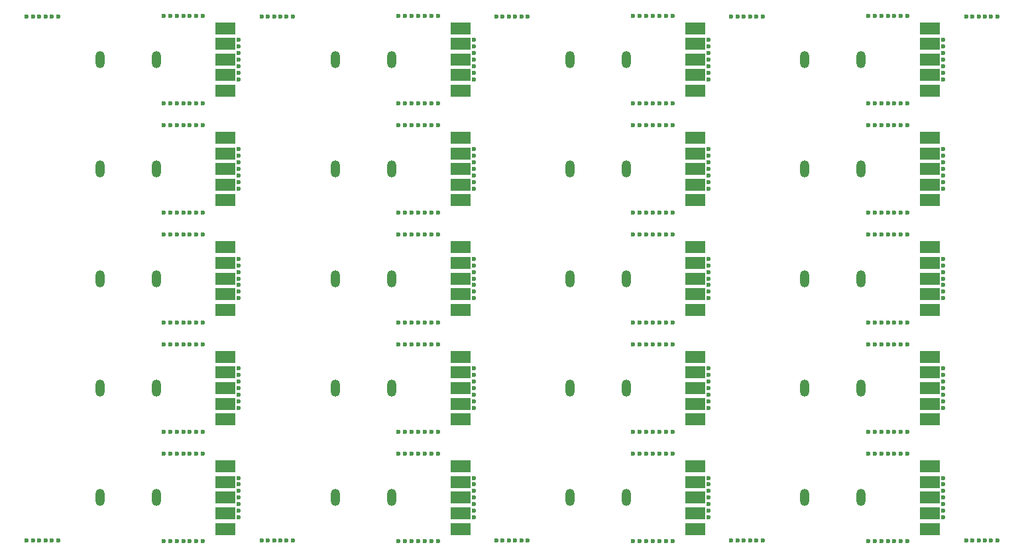
<source format=gbr>
%TF.GenerationSoftware,KiCad,Pcbnew,6.0.0-rc1-unknown-c40e921cb3~144~ubuntu18.04.1*%
%TF.CreationDate,2021-12-01T16:53:05+00:00*%
%TF.ProjectId,output.panel20,6f757470-7574-42e7-9061-6e656c32302e,rev?*%
%TF.SameCoordinates,PX9896800PY7270e00*%
%TF.FileFunction,Soldermask,Bot*%
%TF.FilePolarity,Negative*%
%FSLAX46Y46*%
G04 Gerber Fmt 4.6, Leading zero omitted, Abs format (unit mm)*
G04 Created by KiCad (PCBNEW 6.0.0-rc1-unknown-c40e921cb3~144~ubuntu18.04.1) date 2021-12-01 16:53:05*
%MOMM*%
%LPD*%
G01*
G04 APERTURE LIST*
%ADD10O,1.200000X2.200000*%
%ADD11R,2.500000X1.500000*%
%ADD12C,0.600000*%
G04 APERTURE END LIST*
D10*
%TO.C,J2*%
X-78600000Y54500000D03*
%TD*%
%TO.C,J2*%
X-48600000Y54500000D03*
%TD*%
%TO.C,J3*%
X-71400000Y40500000D03*
%TD*%
%TO.C,J2*%
X11400000Y54500000D03*
%TD*%
%TO.C,J3*%
X-71400000Y-1500000D03*
%TD*%
%TO.C,J2*%
X-18600000Y-1500000D03*
%TD*%
%TO.C,J3*%
X-71400000Y12500000D03*
%TD*%
%TO.C,J2*%
X-78600000Y26500000D03*
%TD*%
%TO.C,J2*%
X11400000Y12500000D03*
%TD*%
%TO.C,J3*%
X-11400000Y26500000D03*
%TD*%
%TO.C,J3*%
X18600000Y26500000D03*
%TD*%
%TO.C,J3*%
X-41400000Y40500000D03*
%TD*%
%TO.C,J2*%
X11400000Y26500000D03*
%TD*%
%TO.C,J3*%
X-71400000Y54500000D03*
%TD*%
%TO.C,J3*%
X18600000Y54500000D03*
%TD*%
%TO.C,J3*%
X-11400000Y12500000D03*
%TD*%
%TO.C,J2*%
X-78600000Y-1500000D03*
%TD*%
%TO.C,J2*%
X-48600000Y-1500000D03*
%TD*%
%TO.C,J2*%
X-18600000Y54500000D03*
%TD*%
%TO.C,J3*%
X-11400000Y40500000D03*
%TD*%
%TO.C,J2*%
X-48600000Y26500000D03*
%TD*%
%TO.C,J2*%
X-48600000Y12500000D03*
%TD*%
%TO.C,J3*%
X-71400000Y26500000D03*
%TD*%
%TO.C,J2*%
X11400000Y-1500000D03*
%TD*%
%TO.C,J2*%
X-78600000Y40500000D03*
%TD*%
%TO.C,J3*%
X-11400000Y-1500000D03*
%TD*%
%TO.C,J2*%
X-48600000Y40500000D03*
%TD*%
%TO.C,J3*%
X18600000Y12500000D03*
%TD*%
%TO.C,J2*%
X-78600000Y12500000D03*
%TD*%
%TO.C,J3*%
X18600000Y40500000D03*
%TD*%
%TO.C,J3*%
X-41400000Y54500000D03*
%TD*%
%TO.C,J3*%
X-41400000Y12500000D03*
%TD*%
%TO.C,J3*%
X-41400000Y26500000D03*
%TD*%
%TO.C,J2*%
X11400000Y40500000D03*
%TD*%
%TO.C,J2*%
X-18600000Y26500000D03*
%TD*%
%TO.C,J3*%
X18600000Y-1500000D03*
%TD*%
%TO.C,J2*%
X-18600000Y40500000D03*
%TD*%
%TO.C,J2*%
X-18600000Y12500000D03*
%TD*%
%TO.C,J3*%
X-41400000Y-1500000D03*
%TD*%
%TO.C,J3*%
X-11400000Y54500000D03*
%TD*%
D11*
%TO.C,J4*%
X-2600000Y22500000D03*
X-2600000Y24500000D03*
X-2600000Y26500000D03*
X-2600000Y28500000D03*
X-2600000Y30500000D03*
%TD*%
%TO.C,J4*%
X27400000Y50500000D03*
X27400000Y52500000D03*
X27400000Y54500000D03*
X27400000Y56500000D03*
X27400000Y58500000D03*
%TD*%
%TO.C,J4*%
X-62600000Y8500000D03*
X-62600000Y10500000D03*
X-62600000Y12500000D03*
X-62600000Y14500000D03*
X-62600000Y16500000D03*
%TD*%
%TO.C,J4*%
X-32600000Y8500000D03*
X-32600000Y10500000D03*
X-32600000Y12500000D03*
X-32600000Y14500000D03*
X-32600000Y16500000D03*
%TD*%
%TO.C,J4*%
X-32600000Y36500000D03*
X-32600000Y38500000D03*
X-32600000Y40500000D03*
X-32600000Y42500000D03*
X-32600000Y44500000D03*
%TD*%
%TO.C,J4*%
X-2600000Y-5500000D03*
X-2600000Y-3500000D03*
X-2600000Y-1500000D03*
X-2600000Y500000D03*
X-2600000Y2500000D03*
%TD*%
%TO.C,J4*%
X-62600000Y-5500000D03*
X-62600000Y-3500000D03*
X-62600000Y-1500000D03*
X-62600000Y500000D03*
X-62600000Y2500000D03*
%TD*%
%TO.C,J4*%
X-32600000Y50500000D03*
X-32600000Y52500000D03*
X-32600000Y54500000D03*
X-32600000Y56500000D03*
X-32600000Y58500000D03*
%TD*%
%TO.C,J4*%
X-62600000Y22500000D03*
X-62600000Y24500000D03*
X-62600000Y26500000D03*
X-62600000Y28500000D03*
X-62600000Y30500000D03*
%TD*%
%TO.C,J4*%
X-2600000Y8500000D03*
X-2600000Y10500000D03*
X-2600000Y12500000D03*
X-2600000Y14500000D03*
X-2600000Y16500000D03*
%TD*%
%TO.C,J4*%
X-32600000Y-5500000D03*
X-32600000Y-3500000D03*
X-32600000Y-1500000D03*
X-32600000Y500000D03*
X-32600000Y2500000D03*
%TD*%
%TO.C,J4*%
X27400000Y8500000D03*
X27400000Y10500000D03*
X27400000Y12500000D03*
X27400000Y14500000D03*
X27400000Y16500000D03*
%TD*%
%TO.C,J4*%
X-2600000Y36500000D03*
X-2600000Y38500000D03*
X-2600000Y40500000D03*
X-2600000Y42500000D03*
X-2600000Y44500000D03*
%TD*%
%TO.C,J4*%
X27400000Y-5500000D03*
X27400000Y-3500000D03*
X27400000Y-1500000D03*
X27400000Y500000D03*
X27400000Y2500000D03*
%TD*%
%TO.C,J4*%
X-62600000Y50500000D03*
X-62600000Y52500000D03*
X-62600000Y54500000D03*
X-62600000Y56500000D03*
X-62600000Y58500000D03*
%TD*%
%TO.C,J4*%
X27400000Y36500000D03*
X27400000Y38500000D03*
X27400000Y40500000D03*
X27400000Y42500000D03*
X27400000Y44500000D03*
%TD*%
%TO.C,J4*%
X-2600000Y50500000D03*
X-2600000Y52500000D03*
X-2600000Y54500000D03*
X-2600000Y56500000D03*
X-2600000Y58500000D03*
%TD*%
%TO.C,J4*%
X-32600000Y22500000D03*
X-32600000Y24500000D03*
X-32600000Y26500000D03*
X-32600000Y28500000D03*
X-32600000Y30500000D03*
%TD*%
%TO.C,J4*%
X-62600000Y36500000D03*
X-62600000Y38500000D03*
X-62600000Y40500000D03*
X-62600000Y42500000D03*
X-62600000Y44500000D03*
%TD*%
%TO.C,J4*%
X27400000Y22500000D03*
X27400000Y24500000D03*
X27400000Y26500000D03*
X27400000Y28500000D03*
X27400000Y30500000D03*
%TD*%
D12*
%TO.C,*%
X-40517155Y20900000D03*
X-39678100Y20900000D03*
X-38839045Y20900000D03*
X-37999990Y20900000D03*
X-37160935Y20900000D03*
X-36321880Y20900000D03*
X-35482825Y20900000D03*
%TD*%
%TO.C,*%
X-35482836Y18100000D03*
X-36321891Y18100000D03*
X-37160946Y18100000D03*
X-38000001Y18100000D03*
X-38839056Y18100000D03*
X-39678111Y18100000D03*
X-40517166Y18100000D03*
%TD*%
%TO.C,*%
X-30900000Y37982847D03*
X-30900000Y38821897D03*
X-30900000Y39660947D03*
X-30900000Y40499997D03*
X-30900000Y41339047D03*
X-30900000Y42178097D03*
X-30900000Y43017147D03*
%TD*%
%TO.C,*%
X-70517155Y20900000D03*
X-69678100Y20900000D03*
X-68839045Y20900000D03*
X-67999990Y20900000D03*
X-67160935Y20900000D03*
X-66321880Y20900000D03*
X-65482825Y20900000D03*
%TD*%
%TO.C,*%
X-65482836Y18100000D03*
X-66321891Y18100000D03*
X-67160946Y18100000D03*
X-68000001Y18100000D03*
X-68839056Y18100000D03*
X-69678111Y18100000D03*
X-70517166Y18100000D03*
%TD*%
%TO.C,*%
X19482845Y48900000D03*
X20321900Y48900000D03*
X21160955Y48900000D03*
X22000010Y48900000D03*
X22839065Y48900000D03*
X23678120Y48900000D03*
X24517175Y48900000D03*
%TD*%
%TO.C,*%
X24517164Y46100000D03*
X23678109Y46100000D03*
X22839054Y46100000D03*
X21999999Y46100000D03*
X21160944Y46100000D03*
X20321889Y46100000D03*
X19482834Y46100000D03*
%TD*%
%TO.C,*%
X-40517155Y-7100000D03*
X-39678100Y-7100000D03*
X-38839045Y-7100000D03*
X-37999990Y-7100000D03*
X-37160935Y-7100000D03*
X-36321880Y-7100000D03*
X-35482825Y-7100000D03*
%TD*%
%TO.C,*%
X-60900000Y51982847D03*
X-60900000Y52821897D03*
X-60900000Y53660947D03*
X-60900000Y54499997D03*
X-60900000Y55339047D03*
X-60900000Y56178097D03*
X-60900000Y57017147D03*
%TD*%
%TO.C,*%
X19482845Y-7100000D03*
X20321900Y-7100000D03*
X21160955Y-7100000D03*
X22000010Y-7100000D03*
X22839065Y-7100000D03*
X23678120Y-7100000D03*
X24517175Y-7100000D03*
%TD*%
%TO.C,*%
X-5482836Y60100000D03*
X-6321891Y60100000D03*
X-7160946Y60100000D03*
X-8000001Y60100000D03*
X-8839056Y60100000D03*
X-9678111Y60100000D03*
X-10517166Y60100000D03*
%TD*%
%TO.C,*%
X24517164Y60100000D03*
X23678109Y60100000D03*
X22839054Y60100000D03*
X21999999Y60100000D03*
X21160944Y60100000D03*
X20321889Y60100000D03*
X19482834Y60100000D03*
%TD*%
%TO.C,*%
X-60900000Y23982847D03*
X-60900000Y24821897D03*
X-60900000Y25660947D03*
X-60900000Y26499997D03*
X-60900000Y27339047D03*
X-60900000Y28178097D03*
X-60900000Y29017147D03*
%TD*%
%TO.C,*%
X19482845Y6900000D03*
X20321900Y6900000D03*
X21160955Y6900000D03*
X22000010Y6900000D03*
X22839065Y6900000D03*
X23678120Y6900000D03*
X24517175Y6900000D03*
%TD*%
%TO.C,*%
X24517164Y4100000D03*
X23678109Y4100000D03*
X22839054Y4100000D03*
X21999999Y4100000D03*
X21160944Y4100000D03*
X20321889Y4100000D03*
X19482834Y4100000D03*
%TD*%
%TO.C,*%
X-40517155Y6900000D03*
X-39678100Y6900000D03*
X-38839045Y6900000D03*
X-37999990Y6900000D03*
X-37160935Y6900000D03*
X-36321880Y6900000D03*
X-35482825Y6900000D03*
%TD*%
%TO.C,*%
X-35482836Y4100000D03*
X-36321891Y4100000D03*
X-37160946Y4100000D03*
X-38000001Y4100000D03*
X-38839056Y4100000D03*
X-39678111Y4100000D03*
X-40517166Y4100000D03*
%TD*%
%TO.C,*%
X-10517155Y34900000D03*
X-9678100Y34900000D03*
X-8839045Y34900000D03*
X-7999990Y34900000D03*
X-7160935Y34900000D03*
X-6321880Y34900000D03*
X-5482825Y34900000D03*
%TD*%
%TO.C,*%
X-5482836Y32100000D03*
X-6321891Y32100000D03*
X-7160946Y32100000D03*
X-8000001Y32100000D03*
X-8839056Y32100000D03*
X-9678111Y32100000D03*
X-10517166Y32100000D03*
%TD*%
%TO.C,*%
X-900000Y51982847D03*
X-900000Y52821897D03*
X-900000Y53660947D03*
X-900000Y54499997D03*
X-900000Y55339047D03*
X-900000Y56178097D03*
X-900000Y57017147D03*
%TD*%
%TO.C,*%
X-60900000Y9982847D03*
X-60900000Y10821897D03*
X-60900000Y11660947D03*
X-60900000Y12499997D03*
X-60900000Y13339047D03*
X-60900000Y14178097D03*
X-60900000Y15017147D03*
%TD*%
%TO.C,*%
X-30900000Y-4017153D03*
X-30900000Y-3178103D03*
X-30900000Y-2339053D03*
X-30900000Y-1500003D03*
X-30900000Y-660953D03*
X-30900000Y178097D03*
X-30900000Y1017147D03*
%TD*%
%TO.C,*%
X19482845Y20900000D03*
X20321900Y20900000D03*
X21160955Y20900000D03*
X22000010Y20900000D03*
X22839065Y20900000D03*
X23678120Y20900000D03*
X24517175Y20900000D03*
%TD*%
%TO.C,*%
X24517164Y18100000D03*
X23678109Y18100000D03*
X22839054Y18100000D03*
X21999999Y18100000D03*
X21160944Y18100000D03*
X20321889Y18100000D03*
X19482834Y18100000D03*
%TD*%
%TO.C,*%
X-900000Y-4017153D03*
X-900000Y-3178103D03*
X-900000Y-2339053D03*
X-900000Y-1500003D03*
X-900000Y-660953D03*
X-900000Y178097D03*
X-900000Y1017147D03*
%TD*%
%TO.C,*%
X-900000Y23982847D03*
X-900000Y24821897D03*
X-900000Y25660947D03*
X-900000Y26499997D03*
X-900000Y27339047D03*
X-900000Y28178097D03*
X-900000Y29017147D03*
%TD*%
%TO.C,*%
X-900000Y9982847D03*
X-900000Y10821897D03*
X-900000Y11660947D03*
X-900000Y12499997D03*
X-900000Y13339047D03*
X-900000Y14178097D03*
X-900000Y15017147D03*
%TD*%
%TO.C,*%
X-10517155Y20900000D03*
X-9678100Y20900000D03*
X-8839045Y20900000D03*
X-7999990Y20900000D03*
X-7160935Y20900000D03*
X-6321880Y20900000D03*
X-5482825Y20900000D03*
%TD*%
%TO.C,*%
X-5482836Y18100000D03*
X-6321891Y18100000D03*
X-7160946Y18100000D03*
X-8000001Y18100000D03*
X-8839056Y18100000D03*
X-9678111Y18100000D03*
X-10517166Y18100000D03*
%TD*%
%TO.C,*%
X-30900000Y51982847D03*
X-30900000Y52821897D03*
X-30900000Y53660947D03*
X-30900000Y54499997D03*
X-30900000Y55339047D03*
X-30900000Y56178097D03*
X-30900000Y57017147D03*
%TD*%
%TO.C,*%
X-10517155Y-7100000D03*
X-9678100Y-7100000D03*
X-8839045Y-7100000D03*
X-7999990Y-7100000D03*
X-7160935Y-7100000D03*
X-6321880Y-7100000D03*
X-5482825Y-7100000D03*
%TD*%
%TO.C,*%
X-60900000Y37982847D03*
X-60900000Y38821897D03*
X-60900000Y39660947D03*
X-60900000Y40499997D03*
X-60900000Y41339047D03*
X-60900000Y42178097D03*
X-60900000Y43017147D03*
%TD*%
%TO.C,*%
X29100000Y-4017153D03*
X29100000Y-3178103D03*
X29100000Y-2339053D03*
X29100000Y-1500003D03*
X29100000Y-660953D03*
X29100000Y178097D03*
X29100000Y1017147D03*
%TD*%
%TO.C,*%
X19482845Y34900000D03*
X20321900Y34900000D03*
X21160955Y34900000D03*
X22000010Y34900000D03*
X22839065Y34900000D03*
X23678120Y34900000D03*
X24517175Y34900000D03*
%TD*%
%TO.C,*%
X24517164Y32100000D03*
X23678109Y32100000D03*
X22839054Y32100000D03*
X21999999Y32100000D03*
X21160944Y32100000D03*
X20321889Y32100000D03*
X19482834Y32100000D03*
%TD*%
%TO.C,*%
X-40517155Y48900000D03*
X-39678100Y48900000D03*
X-38839045Y48900000D03*
X-37999990Y48900000D03*
X-37160935Y48900000D03*
X-36321880Y48900000D03*
X-35482825Y48900000D03*
%TD*%
%TO.C,*%
X-35482836Y46100000D03*
X-36321891Y46100000D03*
X-37160946Y46100000D03*
X-38000001Y46100000D03*
X-38839056Y46100000D03*
X-39678111Y46100000D03*
X-40517166Y46100000D03*
%TD*%
%TO.C,*%
X-70517155Y6900000D03*
X-69678100Y6900000D03*
X-68839045Y6900000D03*
X-67999990Y6900000D03*
X-67160935Y6900000D03*
X-66321880Y6900000D03*
X-65482825Y6900000D03*
%TD*%
%TO.C,*%
X-65482836Y4100000D03*
X-66321891Y4100000D03*
X-67160946Y4100000D03*
X-68000001Y4100000D03*
X-68839056Y4100000D03*
X-69678111Y4100000D03*
X-70517166Y4100000D03*
%TD*%
%TO.C,*%
X-70517155Y48900000D03*
X-69678100Y48900000D03*
X-68839045Y48900000D03*
X-67999990Y48900000D03*
X-67160935Y48900000D03*
X-66321880Y48900000D03*
X-65482825Y48900000D03*
%TD*%
%TO.C,*%
X-65482836Y46100000D03*
X-66321891Y46100000D03*
X-67160946Y46100000D03*
X-68000001Y46100000D03*
X-68839056Y46100000D03*
X-69678111Y46100000D03*
X-70517166Y46100000D03*
%TD*%
%TO.C,*%
X-60900000Y-4017153D03*
X-60900000Y-3178103D03*
X-60900000Y-2339053D03*
X-60900000Y-1500003D03*
X-60900000Y-660953D03*
X-60900000Y178097D03*
X-60900000Y1017147D03*
%TD*%
%TO.C,*%
X-10517155Y6900000D03*
X-9678100Y6900000D03*
X-8839045Y6900000D03*
X-7999990Y6900000D03*
X-7160935Y6900000D03*
X-6321880Y6900000D03*
X-5482825Y6900000D03*
%TD*%
%TO.C,*%
X-5482836Y4100000D03*
X-6321891Y4100000D03*
X-7160946Y4100000D03*
X-8000001Y4100000D03*
X-8839056Y4100000D03*
X-9678111Y4100000D03*
X-10517166Y4100000D03*
%TD*%
%TO.C,*%
X-70517155Y-7100000D03*
X-69678100Y-7100000D03*
X-68839045Y-7100000D03*
X-67999990Y-7100000D03*
X-67160935Y-7100000D03*
X-66321880Y-7100000D03*
X-65482825Y-7100000D03*
%TD*%
%TO.C,*%
X-30900000Y23982847D03*
X-30900000Y24821897D03*
X-30900000Y25660947D03*
X-30900000Y26499997D03*
X-30900000Y27339047D03*
X-30900000Y28178097D03*
X-30900000Y29017147D03*
%TD*%
%TO.C,*%
X29100000Y37982847D03*
X29100000Y38821897D03*
X29100000Y39660947D03*
X29100000Y40499997D03*
X29100000Y41339047D03*
X29100000Y42178097D03*
X29100000Y43017147D03*
%TD*%
%TO.C,*%
X-900000Y37982847D03*
X-900000Y38821897D03*
X-900000Y39660947D03*
X-900000Y40499997D03*
X-900000Y41339047D03*
X-900000Y42178097D03*
X-900000Y43017147D03*
%TD*%
%TO.C,*%
X-70517155Y34900000D03*
X-69678100Y34900000D03*
X-68839045Y34900000D03*
X-67999990Y34900000D03*
X-67160935Y34900000D03*
X-66321880Y34900000D03*
X-65482825Y34900000D03*
%TD*%
%TO.C,*%
X-65482836Y32100000D03*
X-66321891Y32100000D03*
X-67160946Y32100000D03*
X-68000001Y32100000D03*
X-68839056Y32100000D03*
X-69678111Y32100000D03*
X-70517166Y32100000D03*
%TD*%
%TO.C,*%
X29100000Y51982847D03*
X29100000Y52821897D03*
X29100000Y53660947D03*
X29100000Y54499997D03*
X29100000Y55339047D03*
X29100000Y56178097D03*
X29100000Y57017147D03*
%TD*%
%TO.C,*%
X-65482836Y60100000D03*
X-66321891Y60100000D03*
X-67160946Y60100000D03*
X-68000001Y60100000D03*
X-68839056Y60100000D03*
X-69678111Y60100000D03*
X-70517166Y60100000D03*
%TD*%
%TO.C,*%
X-10517155Y48900000D03*
X-9678100Y48900000D03*
X-8839045Y48900000D03*
X-7999990Y48900000D03*
X-7160935Y48900000D03*
X-6321880Y48900000D03*
X-5482825Y48900000D03*
%TD*%
%TO.C,*%
X-5482836Y46100000D03*
X-6321891Y46100000D03*
X-7160946Y46100000D03*
X-8000001Y46100000D03*
X-8839056Y46100000D03*
X-9678111Y46100000D03*
X-10517166Y46100000D03*
%TD*%
%TO.C,*%
X29100000Y23982847D03*
X29100000Y24821897D03*
X29100000Y25660947D03*
X29100000Y26499997D03*
X29100000Y27339047D03*
X29100000Y28178097D03*
X29100000Y29017147D03*
%TD*%
%TO.C,*%
X-35482836Y60100000D03*
X-36321891Y60100000D03*
X-37160946Y60100000D03*
X-38000001Y60100000D03*
X-38839056Y60100000D03*
X-39678111Y60100000D03*
X-40517166Y60100000D03*
%TD*%
%TO.C,*%
X-40517155Y34900000D03*
X-39678100Y34900000D03*
X-38839045Y34900000D03*
X-37999990Y34900000D03*
X-37160935Y34900000D03*
X-36321880Y34900000D03*
X-35482825Y34900000D03*
%TD*%
%TO.C,*%
X-35482836Y32100000D03*
X-36321891Y32100000D03*
X-37160946Y32100000D03*
X-38000001Y32100000D03*
X-38839056Y32100000D03*
X-39678111Y32100000D03*
X-40517166Y32100000D03*
%TD*%
%TO.C,*%
X-30900000Y9982847D03*
X-30900000Y10821897D03*
X-30900000Y11660947D03*
X-30900000Y12499997D03*
X-30900000Y13339047D03*
X-30900000Y14178097D03*
X-30900000Y15017147D03*
%TD*%
%TO.C,*%
X29100000Y9982847D03*
X29100000Y10821897D03*
X29100000Y11660947D03*
X29100000Y12499997D03*
X29100000Y13339047D03*
X29100000Y14178097D03*
X29100000Y15017147D03*
%TD*%
%TO.C,*%
X32000000Y-7000000D03*
X32800000Y-7000000D03*
X33600000Y-7000000D03*
X34400000Y-7000000D03*
X35200000Y-7000000D03*
X36000000Y-7000000D03*
%TD*%
%TO.C,*%
X-88000000Y60000000D03*
X-87200000Y60000000D03*
X-86400000Y60000000D03*
X-85600000Y60000000D03*
X-84800000Y60000000D03*
X-84000000Y60000000D03*
%TD*%
%TO.C,*%
X32000000Y60000000D03*
X32800000Y60000000D03*
X33600000Y60000000D03*
X34400000Y60000000D03*
X35200000Y60000000D03*
X36000000Y60000000D03*
%TD*%
%TO.C,*%
X-28000000Y60000000D03*
X-27200000Y60000000D03*
X-26400000Y60000000D03*
X-25600000Y60000000D03*
X-24800000Y60000000D03*
X-24000000Y60000000D03*
%TD*%
%TO.C,*%
X-28000000Y-7000000D03*
X-27200000Y-7000000D03*
X-26400000Y-7000000D03*
X-25600000Y-7000000D03*
X-24800000Y-7000000D03*
X-24000000Y-7000000D03*
%TD*%
%TO.C,*%
X-88000000Y-7000000D03*
X-87200000Y-7000000D03*
X-86400000Y-7000000D03*
X-85600000Y-7000000D03*
X-84800000Y-7000000D03*
X-84000000Y-7000000D03*
%TD*%
%TO.C,*%
X-58000000Y-7000000D03*
X-57200000Y-7000000D03*
X-56400000Y-7000000D03*
X-55600000Y-7000000D03*
X-54800000Y-7000000D03*
X-54000000Y-7000000D03*
%TD*%
%TO.C,*%
X-58000000Y60000000D03*
X-57200000Y60000000D03*
X-56400000Y60000000D03*
X-55600000Y60000000D03*
X-54800000Y60000000D03*
X-54000000Y60000000D03*
%TD*%
%TO.C,*%
X2000000Y60000000D03*
X2800000Y60000000D03*
X3600000Y60000000D03*
X4400000Y60000000D03*
X5200000Y60000000D03*
X6000000Y60000000D03*
%TD*%
%TO.C,*%
X2000000Y-7000000D03*
X2800000Y-7000000D03*
X3600000Y-7000000D03*
X4400000Y-7000000D03*
X5200000Y-7000000D03*
X6000000Y-7000000D03*
%TD*%
M02*

</source>
